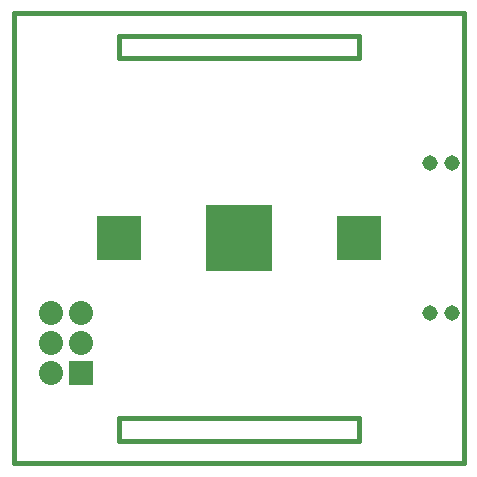
<source format=gbs>
G04 (created by PCBNEW-RS274X (2011-nov-30)-testing) date Sun 09 Sep 2012 01:33:34 PM EDT*
%MOIN*%
G04 Gerber Fmt 3.4, Leading zero omitted, Abs format*
%FSLAX34Y34*%
G01*
G70*
G90*
G04 APERTURE LIST*
%ADD10C,0.006*%
%ADD11C,0.015*%
%ADD12C,0.0515*%
%ADD13R,0.15X0.15*%
%ADD14R,0.22X0.22*%
%ADD15R,0.08X0.08*%
%ADD16C,0.08*%
G04 APERTURE END LIST*
G54D10*
G54D11*
X79500Y-62500D02*
X87500Y-62500D01*
X87500Y-62500D02*
X87500Y-63250D01*
X87500Y-63250D02*
X79500Y-63250D01*
X79500Y-63250D02*
X79500Y-62500D01*
X79500Y-50500D02*
X79500Y-49750D01*
X87500Y-50500D02*
X79500Y-50500D01*
X87500Y-49750D02*
X87500Y-50500D01*
X79500Y-49750D02*
X87500Y-49750D01*
X91000Y-64000D02*
X91000Y-49000D01*
X76000Y-64000D02*
X91000Y-64000D01*
X76000Y-49000D02*
X76000Y-64000D01*
X76000Y-64000D02*
X76000Y-49000D01*
X76000Y-49000D02*
X91000Y-49000D01*
G54D12*
X90604Y-59000D03*
X89896Y-59000D03*
X90604Y-54000D03*
X89896Y-54000D03*
G54D13*
X87500Y-56500D03*
X79500Y-56500D03*
G54D14*
X83500Y-56500D03*
G54D15*
X78250Y-61000D03*
G54D16*
X77250Y-61000D03*
X78250Y-60000D03*
X77250Y-60000D03*
X78250Y-59000D03*
X77250Y-59000D03*
M02*

</source>
